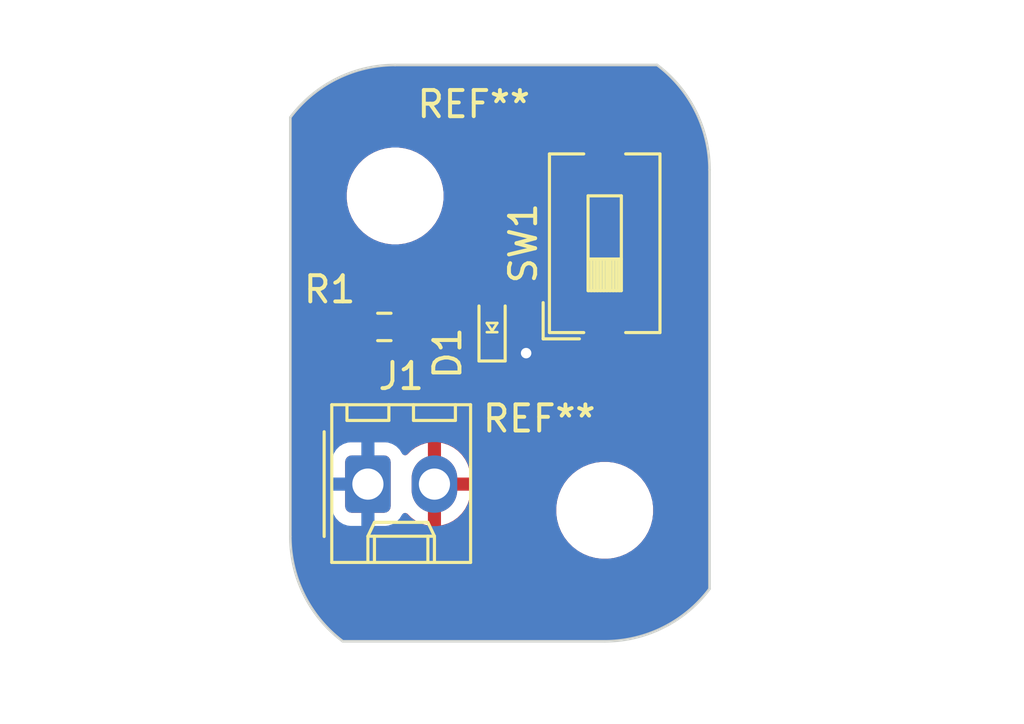
<source format=kicad_pcb>
(kicad_pcb (version 20240108) (generator "pcbnew") (generator_version "8.0")
  (title_block (title "LED Circuit") (date "2022-08-16") (rev "0.0") (company "Illini Solar Car") (comment 1 "Designed By: Jai Gudla"))
  (layers (0 "F.Cu" signal) (31 "B.Cu" signal) (34 "B.Paste" user) (35 "F.Paste" user) (36 "B.SilkS" user "B.Silkscreen") (37 "F.SilkS" user "F.Silkscreen") (38 "B.Mask" user) (39 "F.Mask" user) (44 "Edge.Cuts" user))
  (net 0 "")
  (net 1 "GND")
  (net 2 "Net-(D1-A)")
  (net 3 "Net-(R1-Pad1)")
  (net 4 "+3V3")
  (footprint "Button_Switch_SMD:SW_DIP_SPSTx01_Slide_6.7x4.1mm_W8.61mm_P2.54mm_LowProfile" (layer "F.Cu") (at 134 94.805 90)
    (property "Reference" "SW1" (at 0 -3.11 90) (layer "F.SilkS"))
    (property "Value" "SW_Push")
    (fp_line (start -3.65 -2.35) (end -2.267 -2.35) (stroke (width 0.12)) (layer "F.SilkS"))
    (fp_line (start -3.65 -2.35) (end -3.65 -0.967) (stroke (width 0.12)) (layer "F.SilkS"))
    (fp_line (start 3.41 -2.11) (end 3.41 -0.8) (stroke (width 0.12)) (layer "F.SilkS"))
    (fp_line (start -3.41 -2.11) (end 3.41 -2.11) (stroke (width 0.12)) (layer "F.SilkS"))
    (fp_line (start -3.41 -2.11) (end -3.41 -0.8) (stroke (width 0.12)) (layer "F.SilkS"))
    (fp_line (start 1.81 -0.635) (end -1.81 -0.635) (stroke (width 0.12)) (layer "F.SilkS"))
    (fp_line (start -0.603333 -0.635) (end -0.603333 0.635) (stroke (width 0.12)) (layer "F.SilkS"))
    (fp_line (start -1.81 -0.635) (end -1.81 0.635) (stroke (width 0.12)) (layer "F.SilkS"))
    (fp_line (start -1.81 -0.515) (end -0.603333 -0.515) (stroke (width 0.12)) (layer "F.SilkS"))
    (fp_line (start -1.81 -0.395) (end -0.603333 -0.395) (stroke (width 0.12)) (layer "F.SilkS"))
    (fp_line (start -1.81 -0.275) (end -0.603333 -0.275) (stroke (width 0.12)) (layer "F.SilkS"))
    (fp_line (start -1.81 -0.155) (end -0.603333 -0.155) (stroke (width 0.12)) (layer "F.SilkS"))
    (fp_line (start -1.81 -0.035) (end -0.603333 -0.035) (stroke (width 0.12)) (layer "F.SilkS"))
    (fp_line (start -1.81 0.085) (end -0.603333 0.085) (stroke (width 0.12)) (layer "F.SilkS"))
    (fp_line (start -1.81 0.205) (end -0.603333 0.205) (stroke (width 0.12)) (layer "F.SilkS"))
    (fp_line (start -1.81 0.325) (end -0.603333 0.325) (stroke (width 0.12)) (layer "F.SilkS"))
    (fp_line (start -1.81 0.445) (end -0.603333 0.445) (stroke (width 0.12)) (layer "F.SilkS"))
    (fp_line (start -1.81 0.565) (end -0.603333 0.565) (stroke (width 0.12)) (layer "F.SilkS"))
    (fp_line (start 1.81 0.635) (end 1.81 -0.635) (stroke (width 0.12)) (layer "F.SilkS"))
    (fp_line (start -1.81 0.635) (end 1.81 0.635) (stroke (width 0.12)) (layer "F.SilkS"))
    (fp_line (start 3.41 0.8) (end 3.41 2.11) (stroke (width 0.12)) (layer "F.SilkS"))
    (fp_line (start -3.41 0.8) (end -3.41 2.11) (stroke (width 0.12)) (layer "F.SilkS"))
    (fp_line (start -3.41 2.11) (end 3.41 2.11) (stroke (width 0.12)) (layer "F.SilkS"))
    (pad "1" smd rect (at -4.305 0 90) (size 2.44 1.12) (layers "F.Cu" "F.Paste" "F.Mask") (net 4 "+3V3"))
    (pad "2" smd rect (at 4.305 0 90) (size 2.44 1.12) (layers "F.Cu" "F.Paste" "F.Mask") (net 3 "Net-(R1-Pad1)"))
  )
  (footprint "MountingHole:MountingHole_3.2mm_M3" (layer "F.Cu") (at 126 93)
    (property "Reference" "REF**" (at 3 -3.5 0) (layer "F.SilkS"))
    (property "Value" "MountingHole_3.2mm_M3")
    (pad "" np_thru_hole circle (at 0 0) (size 3.2 3.2) (drill 3.2) (layers "*.Cu" "*.Mask"))
  )
  (footprint "layout:LED_0603_Symbol_on_F.SilkS" (layer "F.Cu") (at 129.7 98 90)
    (property "Reference" "D1" (at -1 -1.7 90) (layer "F.SilkS"))
    (property "Value" "LED_RED")
    (fp_line (start -1.3 -0.5) (end 0.8 -0.5) (stroke (width 0.12)) (layer "F.SilkS"))
    (fp_line (start -1.3 -0.5) (end -1.3 0.5) (stroke (width 0.12)) (layer "F.SilkS"))
    (fp_line (start 0.15 -0.2) (end 0.15 0.2) (stroke (width 0.1)) (layer "F.SilkS"))
    (fp_line (start -0.2 -0.2) (end -0.2 0.2) (stroke (width 0.1)) (layer "F.SilkS"))
    (fp_line (start -0.15 0) (end 0.15 -0.2) (stroke (width 0.1)) (layer "F.SilkS"))
    (fp_line (start 0.15 0.2) (end -0.15 0) (stroke (width 0.1)) (layer "F.SilkS"))
    (fp_line (start -1.3 0.5) (end 0.8 0.5) (stroke (width 0.12)) (layer "F.SilkS"))
    (pad "1" smd rect (at -0.8 0 270) (size 0.8 0.8) (layers "F.Cu" "F.Paste" "F.Mask") (net 1 "GND"))
    (pad "2" smd rect (at 0.8 0 270) (size 0.8 0.8) (layers "F.Cu" "F.Paste" "F.Mask") (net 2 "Net-(D1-A)"))
  )
  (footprint "Connector_Molex:Molex_KK-254_AE-6410-02A_1x02_P2.54mm_Vertical" (layer "F.Cu") (at 124.96 104)
    (property "Reference" "J1" (at 1.27 -4.12 0) (layer "F.SilkS"))
    (property "Value" "Conn_01x02")
    (fp_line (start -1.67 -2) (end -1.67 2) (stroke (width 0.12)) (layer "F.SilkS"))
    (fp_line (start -1.38 -3.03) (end -1.38 2.99) (stroke (width 0.12)) (layer "F.SilkS"))
    (fp_line (start -1.38 2.99) (end 3.92 2.99) (stroke (width 0.12)) (layer "F.SilkS"))
    (fp_line (start -0.8 -3.03) (end -0.8 -2.43) (stroke (width 0.12)) (layer "F.SilkS"))
    (fp_line (start -0.8 -2.43) (end 0.8 -2.43) (stroke (width 0.12)) (layer "F.SilkS"))
    (fp_line (start 0 1.99) (end 0.25 1.46) (stroke (width 0.12)) (layer "F.SilkS"))
    (fp_line (start 0 1.99) (end 2.54 1.99) (stroke (width 0.12)) (layer "F.SilkS"))
    (fp_line (start 0 2.99) (end 0 1.99) (stroke (width 0.12)) (layer "F.SilkS"))
    (fp_line (start 0.25 1.46) (end 2.29 1.46) (stroke (width 0.12)) (layer "F.SilkS"))
    (fp_line (start 0.25 2.99) (end 0.25 1.99) (stroke (width 0.12)) (layer "F.SilkS"))
    (fp_line (start 0.8 -2.43) (end 0.8 -3.03) (stroke (width 0.12)) (layer "F.SilkS"))
    (fp_line (start 1.74 -3.03) (end 1.74 -2.43) (stroke (width 0.12)) (layer "F.SilkS"))
    (fp_line (start 1.74 -2.43) (end 3.34 -2.43) (stroke (width 0.12)) (layer "F.SilkS"))
    (fp_line (start 2.29 1.46) (end 2.54 1.99) (stroke (width 0.12)) (layer "F.SilkS"))
    (fp_line (start 2.29 2.99) (end 2.29 1.99) (stroke (width 0.12)) (layer "F.SilkS"))
    (fp_line (start 2.54 1.99) (end 2.54 2.99) (stroke (width 0.12)) (layer "F.SilkS"))
    (fp_line (start 3.34 -2.43) (end 3.34 -3.03) (stroke (width 0.12)) (layer "F.SilkS"))
    (fp_line (start 3.92 -3.03) (end -1.38 -3.03) (stroke (width 0.12)) (layer "F.SilkS"))
    (fp_line (start 3.92 2.99) (end 3.92 -3.03) (stroke (width 0.12)) (layer "F.SilkS"))
    (pad "1" thru_hole roundrect (at 0 0) (size 1.74 2.19) (drill 1.19) (layers "*.Cu" "*.Mask") (roundrect_rratio 0.143678) (net 1 "GND"))
    (pad "2" thru_hole oval (at 2.54 0) (size 1.74 2.19) (drill 1.19) (layers "*.Cu" "*.Mask") (net 4 "+3V3"))
  )
  (footprint "Resistor_SMD:R_0603_1608Metric_Pad0.98x0.95mm_HandSolder" (layer "F.Cu") (at 125.5875 98)
    (property "Reference" "R1" (at -2.0875 -1.43 0) (layer "F.SilkS"))
    (property "Value" "105")
    (fp_line (start -0.254724 -0.5225) (end 0.254724 -0.5225) (stroke (width 0.12)) (layer "F.SilkS"))
    (fp_line (start -0.254724 0.5225) (end 0.254724 0.5225) (stroke (width 0.12)) (layer "F.SilkS"))
    (pad "1" smd roundrect (at -0.9125 0) (size 0.975 0.95) (layers "F.Cu" "F.Paste" "F.Mask") (net 3 "Net-(R1-Pad1)"))
    (pad "2" smd roundrect (at 0.9125 0) (size 0.975 0.95) (layers "F.Cu" "F.Paste" "F.Mask") (net 2 "Net-(D1-A)"))
  )
  (footprint "MountingHole:MountingHole_3.2mm_M3" (layer "F.Cu") (at 134 105)
    (property "Reference" "REF**" (at -2.5 -3.5 0) (layer "F.SilkS"))
    (property "Value" "MountingHole_3.2mm_M3")
    (pad "" np_thru_hole circle (at 0 0) (size 3.2 3.2) (drill 3.2) (layers "*.Cu" "*.Mask"))
  )
  (gr_arc (start 138 108) (mid 136.236068 109.472136) (end 134 110) (stroke (width 0.1)) (layer "Edge.Cuts"))
  (gr_line (start 134 110) (end 124 110) (stroke (width 0.1)) (layer "Edge.Cuts"))
  (gr_arc (start 122 90) (mid 123.763932 88.527864) (end 126 88) (stroke (width 0.1)) (layer "Edge.Cuts"))
  (gr_line (start 126 88) (end 136 88) (stroke (width 0.1)) (layer "Edge.Cuts"))
  (gr_arc (start 136 88) (mid 137.472136 89.763932) (end 138 92) (stroke (width 0.1)) (layer "Edge.Cuts"))
  (gr_arc (start 124 110) (mid 122.527864 108.236068) (end 122 106) (stroke (width 0.1)) (layer "Edge.Cuts"))
  (gr_line (start 122 106) (end 122 90) (stroke (width 0.1)) (layer "Edge.Cuts"))
  (gr_line (start 138 92) (end 138 108) (stroke (width 0.1)) (layer "Edge.Cuts"))
  (segment (start 129.7 98.8) (end 130.8 98.8) (width 0.25) (layer "F.Cu") (net 1))
  (segment (start 130.8 98.8) (end 131 99) (width 0.25) (layer "F.Cu") (net 1))
  (via (at 131 99) (size 0.8) (drill 0.4) (layers "F.Cu" "B.Cu") (net 1))
  (segment (start 128.9 98) (end 129.7 97.2) (width 0.25) (layer "F.Cu") (net 2))
  (segment (start 126.5 98) (end 128.9 98) (width 0.25) (layer "F.Cu") (net 2))
  (segment (start 134 90.5) (end 131.5 90.5) (width 0.25) (layer "F.Cu") (net 3))
  (segment (start 125.5 97.175) (end 124.675 98) (width 0.25) (layer "F.Cu") (net 3))
  (segment (start 131.5 90.5) (end 130.5 91.5) (width 0.25) (layer "F.Cu") (net 3))
  (segment (start 130.5 94) (end 127.5 97) (width 0.25) (layer "F.Cu") (net 3))
  (segment (start 127.5 97) (end 125.5 97) (width 0.25) (layer "F.Cu") (net 3))
  (segment (start 130.5 91.5) (end 130.5 94) (width 0.25) (layer "F.Cu") (net 3))
  (segment (start 125.5 97) (end 125.5 97.175) (width 0.25) (layer "F.Cu") (net 3))
  (zone (net 4) (net_name "+3V3") (layer "F.Cu") (connect_pads (clearance 0.508)) (min_thickness 0.25) (fill yes (thermal_gap 0.5) (thermal_bridge_width 0.5))
    (polygon (pts (xy 121 87.5) (xy 139 87.5) (xy 138.5 111.5) (xy 121.5 111.5)))
  )
  (zone (net 1) (net_name "GND") (layer "B.Cu") (priority 1) (connect_pads (clearance 0.508)) (min_thickness 0.25) (fill yes (thermal_gap 0.5) (thermal_bridge_width 0.5))
    (polygon (pts (xy 121 87.5) (xy 139 87.5) (xy 138.5 111.5) (xy 121.5 111.5)))
  )
)
</source>
